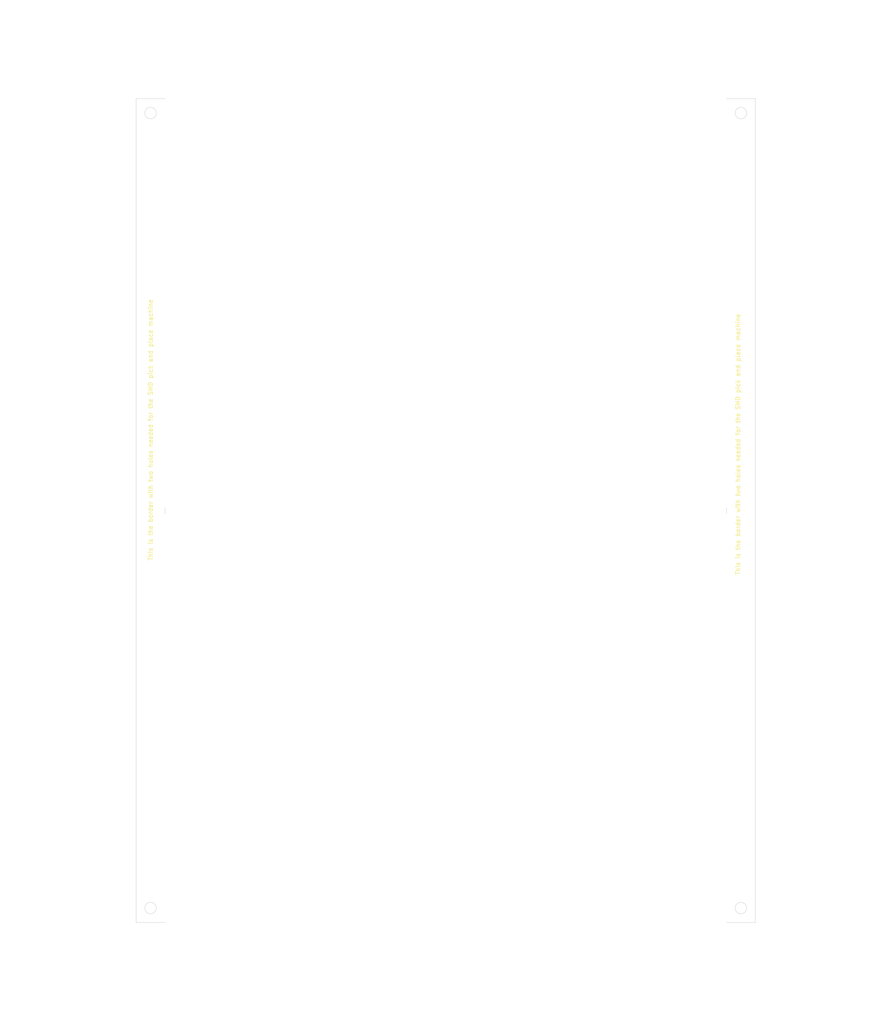
<source format=kicad_pcb>
(kicad_pcb (version 4) (host pcbnew no-vcs-found-product)

  (general
    (links 0)
    (no_connects 0)
    (area -7.7 15.3 296.7 370.7)
    (thickness 1.6)
    (drawings 33)
    (tracks 0)
    (zones 0)
    (modules 0)
    (nets 1)
  )

  (page A3 portrait)
  (layers
    (0 F.Cu signal)
    (31 B.Cu signal)
    (32 B.Adhes user)
    (33 F.Adhes user)
    (34 B.Paste user)
    (35 F.Paste user)
    (36 B.SilkS user)
    (37 F.SilkS user)
    (38 B.Mask user)
    (39 F.Mask user)
    (40 Dwgs.User user)
    (41 Cmts.User user)
    (42 Eco1.User user)
    (43 Eco2.User user)
    (44 Edge.Cuts user)
    (45 Margin user)
    (46 B.CrtYd user)
    (47 F.CrtYd user)
    (48 B.Fab user)
    (49 F.Fab user)
  )

  (setup
    (last_trace_width 0.25)
    (trace_clearance 0.2)
    (zone_clearance 0.508)
    (zone_45_only no)
    (trace_min 0.2)
    (segment_width 0.5)
    (edge_width 0.15)
    (via_size 0.6)
    (via_drill 0.4)
    (via_min_size 0.4)
    (via_min_drill 0.3)
    (uvia_size 0.3)
    (uvia_drill 0.1)
    (uvias_allowed no)
    (uvia_min_size 0.2)
    (uvia_min_drill 0.1)
    (pcb_text_width 0.3)
    (pcb_text_size 1.5 1.5)
    (mod_edge_width 0.15)
    (mod_text_size 1 1)
    (mod_text_width 0.15)
    (pad_size 1.524 1.524)
    (pad_drill 0.762)
    (pad_to_mask_clearance 0.2)
    (aux_axis_origin 50 50)
    (grid_origin 50 50)
    (visible_elements 7FFFFFFF)
    (pcbplotparams
      (layerselection 0x3fffc_80000001)
      (usegerberextensions false)
      (excludeedgelayer true)
      (linewidth 0.100000)
      (plotframeref true)
      (viasonmask false)
      (mode 1)
      (useauxorigin false)
      (hpglpennumber 1)
      (hpglpenspeed 20)
      (hpglpendiameter 15)
      (hpglpenoverlay 2)
      (psnegative false)
      (psa4output false)
      (plotreference true)
      (plotvalue true)
      (plotinvisibletext false)
      (padsonsilk false)
      (subtractmaskfromsilk false)
      (outputformat 2)
      (mirror false)
      (drillshape 2)
      (scaleselection 1)
      (outputdirectory output/tmp/))
  )

  (net 0 "")

  (net_class Default "Ceci est la Netclass par défaut"
    (clearance 0.2)
    (trace_width 0.25)
    (via_dia 0.6)
    (via_drill 0.4)
    (uvia_dia 0.3)
    (uvia_drill 0.1)
  )

  (gr_line (start 164 192) (end 50 193) (angle 90) (layer Cmts.User) (width 0.5))
  (gr_line (start 210 192) (end 245 193) (angle 90) (layer Cmts.User) (width 0.5))
  (gr_text "2 mm outline\nto close the line with the pasted parts\nfrom the boards" (at 187 192) (layer Cmts.User)
    (effects (font (size 1.5 1.5) (thickness 0.3)))
  )
  (gr_line (start 245 192) (end 245 194) (angle 90) (layer Edge.Cuts) (width 0.15))
  (gr_line (start 50 192) (end 50 194) (angle 90) (layer Edge.Cuts) (width 0.15))
  (gr_text V-Score (at 50 32 90) (layer Dwgs.User) (tstamp 55EEF2EB)
    (effects (font (size 1.5 1.5) (thickness 0.3)))
  )
  (gr_text V-Score (at 115 32 90) (layer Dwgs.User) (tstamp 55EEF2EA)
    (effects (font (size 1.5 1.5) (thickness 0.3)))
  )
  (gr_text V-Score (at 180 32 90) (layer Dwgs.User) (tstamp 55EEF2E9)
    (effects (font (size 1.5 1.5) (thickness 0.3)))
  )
  (gr_text V-Score (at 245 32 90) (layer Dwgs.User) (tstamp 55EEF2E8)
    (effects (font (size 1.5 1.5) (thickness 0.3)))
  )
  (gr_text "Please deactivate Cmts.User when viewing the finished panel !" (at -2 188 90) (layer Cmts.User)
    (effects (font (size 6 4) (thickness 1)))
  )
  (gr_text "Please deactivate Cmts.User when viewing the finished panel !" (at 292 202 90) (layer Cmts.User)
    (effects (font (size 6 4) (thickness 1)))
  )
  (gr_text "Please deactivate Cmts.User when viewing the finished panel !" (at 145 366) (layer Cmts.User)
    (effects (font (size 6 4) (thickness 1)))
  )
  (gr_text "Please deactivate Cmts.User when viewing the finished panel !" (at 148 21) (layer Cmts.User)
    (effects (font (size 6 4) (thickness 1)))
  )
  (gr_text "This is the border with two holes needed for the SMD pick and place machine" (at 249 170 90) (layer F.SilkS)
    (effects (font (size 1.5 1.5) (thickness 0.3)))
  )
  (gr_text "This is the border with two holes needed for the SMD pick and place machine" (at 45 165 90) (layer F.SilkS)
    (effects (font (size 1.5 1.5) (thickness 0.3)))
  )
  (gr_circle (center 250 55) (end 250 53) (layer Edge.Cuts) (width 0.15) (tstamp 55EED3BF))
  (gr_circle (center 250 331) (end 250 329) (layer Edge.Cuts) (width 0.15) (tstamp 55EED3B6))
  (gr_circle (center 45 331) (end 45 329) (layer Edge.Cuts) (width 0.15) (tstamp 55EED3AA))
  (gr_circle (center 45 55) (end 45 53) (layer Edge.Cuts) (width 0.15))
  (gr_line (start 255 50) (end 245 50) (angle 90) (layer Edge.Cuts) (width 0.15))
  (gr_line (start 255 336) (end 255 50) (angle 90) (layer Edge.Cuts) (width 0.15))
  (gr_line (start 245 336) (end 255 336) (angle 90) (layer Edge.Cuts) (width 0.15))
  (gr_line (start 40 336) (end 50 336) (angle 90) (layer Edge.Cuts) (width 0.15))
  (gr_line (start 40 50) (end 40 336) (angle 90) (layer Edge.Cuts) (width 0.15))
  (gr_line (start 50 50) (end 40 50) (angle 90) (layer Edge.Cuts) (width 0.15))
  (gr_text V-Score (at 245 354 90) (layer Dwgs.User)
    (effects (font (size 1.5 1.5) (thickness 0.3)))
  )
  (gr_text V-Score (at 180 354 90) (layer Dwgs.User)
    (effects (font (size 1.5 1.5) (thickness 0.3)))
  )
  (gr_text V-Score (at 115 354 90) (layer Dwgs.User)
    (effects (font (size 1.5 1.5) (thickness 0.3)))
  )
  (gr_text V-Score (at 50 354 90) (layer Dwgs.User)
    (effects (font (size 1.5 1.5) (thickness 0.3)))
  )
  (gr_line (start 245 346) (end 245 40) (angle 90) (layer Dwgs.User) (width 0.5))
  (gr_line (start 50 40) (end 50 346) (angle 90) (layer Dwgs.User) (width 0.5))
  (gr_line (start 180 346) (end 180 40) (angle 90) (layer Dwgs.User) (width 0.5))
  (gr_line (start 115 40) (end 115 346) (angle 90) (layer Dwgs.User) (width 0.5))

)

</source>
